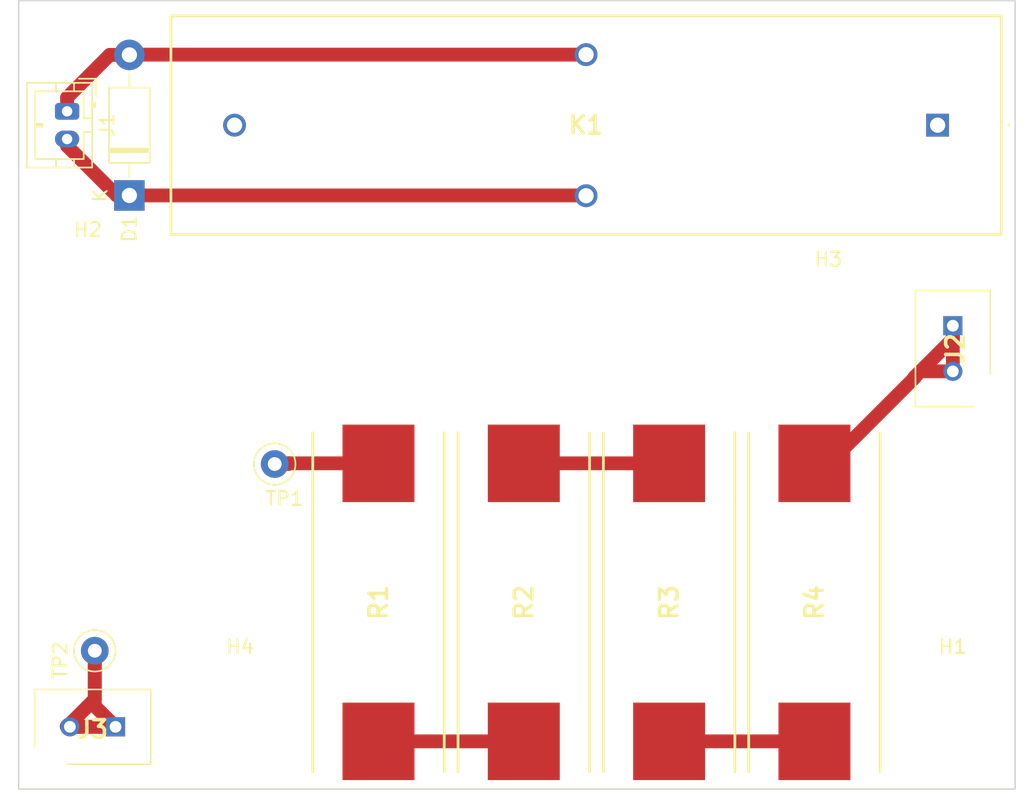
<source format=kicad_pcb>
(kicad_pcb (version 20211014) (generator pcbnew)
  (layers (0 "F.Cu" signal) (31 "B.Cu" signal) (34 "B.Paste" user) (35 "F.Paste" user) (36 "B.SilkS" user "B.Silkscreen") (37 "F.SilkS" user "F.Silkscreen") (38 "B.Mask" user) (39 "F.Mask" user) (44 "Edge.Cuts" user))
  (net 0 "")
  (net 1 "Net-(D1-Pad1)")
  (net 2 "Net-(D1-Pad2)")
  (net 3 "Net-(J2-Pad1)")
  (net 4 "Net-(J3-Pad1)")
  (net 7 "Net-(R1-Pad1)")
  (net 8 "Net-(R1-Pad2)")
  (net 9 "Net-(R2-Pad2)")
  (net 10 "Net-(R3-Pad2)")
  (footprint "MountingHole:MountingHole_4.3mm_M4" (layer "F.Cu") (at 90.5 54.5)
    (fp_text reference "H3" (at 0 -5.3) (layer "F.SilkS"))
    (fp_text value "MountingHole")
    (pad "" np_thru_hole circle (at 0 0) (size 4.3 4.3) (drill 4.3) (layers *.Cu *.Mask))
  )
  (footprint "SamacSys_Parts:RESM24595X990N" (layer "F.Cu") (at 89.5 74 90)
    (fp_text reference "R4" (at 0 0 90) (layer "F.SilkS") (effects (font (size 1.27 1.27) (thickness 0.254))))
    (fp_text value "2.2k/7W" hide)
    (fp_line (start -12.25 4.75) (end 12.25 4.75) (layer "F.SilkS") (width 0.2))
    (fp_line (start 12.25 -4.75) (end -12.25 -4.75) (layer "F.SilkS") (width 0.2))
    (pad "1" smd rect locked (at -10.05 0 180) (size 5.2 5.6) (layers "F.Cu" "F.Paste" "F.Mask") (net 10 "Net-(R3-Pad2)"))
    (pad "2" smd rect locked (at 10.05 0 180) (size 5.2 5.6) (layers "F.Cu" "F.Paste" "F.Mask") (net 3 "Net-(J2-Pad1)"))
  )
  (footprint "TestPoint:TestPoint_Loop_D2.50mm_Drill1.0mm" (layer "F.Cu") (at 50.5 64)
    (fp_text reference "TP1" (at 0.7 2.5) (layer "F.SilkS"))
    (fp_text value "~")
    (fp_circle (center 0 0) (end 1.5 0) (layer "F.SilkS") (width 0.12) (fill none))
    (pad "1" thru_hole circle (at 0 0) (size 2 2) (drill 1) (layers *.Cu *.Mask) (net 7 "Net-(R1-Pad1)"))
  )
  (footprint "SamacSys_Parts:RESM24595X990N" (layer "F.Cu") (at 58 74 -90)
    (fp_text reference "R1" (at 0 0 90) (layer "F.SilkS") (effects (font (size 1.27 1.27) (thickness 0.254))))
    (fp_text value "2.2k/7W" hide)
    (fp_line (start -12.25 4.75) (end 12.25 4.75) (layer "F.SilkS") (width 0.2))
    (fp_line (start 12.25 -4.75) (end -12.25 -4.75) (layer "F.SilkS") (width 0.2))
    (pad "1" smd rect locked (at -10.05 0) (size 5.2 5.6) (layers "F.Cu" "F.Paste" "F.Mask") (net 7 "Net-(R1-Pad1)"))
    (pad "2" smd rect locked (at 10.05 0) (size 5.2 5.6) (layers "F.Cu" "F.Paste" "F.Mask") (net 8 "Net-(R1-Pad2)"))
  )
  (footprint "Connector_JST:JST_PH_B2B-PH-K_1x02_P2.00mm_Vertical" (layer "F.Cu") (at 35.5 38.5 -90)
    (fp_text reference "J1" (at 1 -2.9 -90) (layer "F.SilkS"))
    (fp_text value "SC")
    (fp_line (start -0.3 -2.01) (end -0.6 -2.01) (layer "F.SilkS") (width 0.12))
    (fp_line (start -1.11 -2.11) (end -2.36 -2.11) (layer "F.SilkS") (width 0.12))
    (fp_line (start 4.06 -1.81) (end -2.06 -1.81) (layer "F.SilkS") (width 0.12))
    (fp_line (start 1.5 -1.2) (end 1.5 -1.81) (layer "F.SilkS") (width 0.12))
    (fp_line (start -2.06 -1.81) (end -2.06 2.91) (layer "F.SilkS") (width 0.12))
    (fp_line (start -1.45 -1.2) (end -1.45 2.3) (layer "F.SilkS") (width 0.12))
    (fp_line (start 1.1 1.8) (end 1.1 2.3) (layer "F.SilkS") (width 0.12))
    (fp_line (start -1.45 2.3) (end 3.45 2.3) (layer "F.SilkS") (width 0.12))
    (fp_line (start 3.45 -1.2) (end 1.5 -1.2) (layer "F.SilkS") (width 0.12))
    (fp_line (start 0.9 1.8) (end 1.1 1.8) (layer "F.SilkS") (width 0.12))
    (fp_line (start -0.3 -1.81) (end -0.3 -2.01) (layer "F.SilkS") (width 0.12))
    (fp_line (start 4.06 -0.5) (end 3.45 -0.5) (layer "F.SilkS") (width 0.12))
    (fp_line (start -2.36 -2.11) (end -2.36 -0.86) (layer "F.SilkS") (width 0.12))
    (fp_line (start 0.5 -1.81) (end 0.5 -1.2) (layer "F.SilkS") (width 0.12))
    (fp_line (start -2.06 2.91) (end 4.06 2.91) (layer "F.SilkS") (width 0.12))
    (fp_line (start -0.3 -1.91) (end -0.6 -1.91) (layer "F.SilkS") (width 0.12))
    (fp_line (start 4.06 0.8) (end 3.45 0.8) (layer "F.SilkS") (width 0.12))
    (fp_line (start 0.5 -1.2) (end -1.45 -1.2) (layer "F.SilkS") (width 0.12))
    (fp_line (start 0.9 2.3) (end 0.9 1.8) (layer "F.SilkS") (width 0.12))
    (fp_line (start -2.06 0.8) (end -1.45 0.8) (layer "F.SilkS") (width 0.12))
    (fp_line (start 4.06 2.91) (end 4.06 -1.81) (layer "F.SilkS") (width 0.12))
    (fp_line (start 3.45 2.3) (end 3.45 -1.2) (layer "F.SilkS") (width 0.12))
    (fp_line (start 1 2.3) (end 1 1.8) (layer "F.SilkS") (width 0.12))
    (fp_line (start -0.6 -2.01) (end -0.6 -1.81) (layer "F.SilkS") (width 0.12))
    (fp_line (start -2.06 -0.5) (end -1.45 -0.5) (layer "F.SilkS") (width 0.12))
    (pad "1" thru_hole roundrect (at 0 0 270) (size 1.2 1.75) (drill 0.75) (layers *.Cu *.Mask) (roundrect_rratio 0.208333) (net 2 "Net-(D1-Pad2)"))
    (pad "2" thru_hole oval (at 2 0 270) (size 1.2 1.75) (drill 0.75) (layers *.Cu *.Mask) (net 1 "Net-(D1-Pad1)"))
  )
  (footprint "SamacSys_Parts:RESM24595X990N" (layer "F.Cu") (at 79 74 -90)
    (fp_text reference "R3" (at 0 0 90) (layer "F.SilkS") (effects (font (size 1.27 1.27) (thickness 0.254))))
    (fp_text value "2.2k/7W" hide)
    (fp_line (start 12.25 -4.75) (end -12.25 -4.75) (layer "F.SilkS") (width 0.2))
    (fp_line (start -12.25 4.75) (end 12.25 4.75) (layer "F.SilkS") (width 0.2))
    (pad "1" smd rect locked (at -10.05 0) (size 5.2 5.6) (layers "F.Cu" "F.Paste" "F.Mask") (net 9 "Net-(R2-Pad2)"))
    (pad "2" smd rect locked (at 10.05 0) (size 5.2 5.6) (layers "F.Cu" "F.Paste" "F.Mask") (net 10 "Net-(R3-Pad2)"))
  )
  (footprint "MountingHole:MountingHole_4.3mm_M4" (layer "F.Cu") (at 37 52.35)
    (fp_text reference "H2" (at 0 -5.3) (layer "F.SilkS"))
    (fp_text value "MountingHole")
    (pad "" np_thru_hole circle (at 0 0) (size 4.3 4.3) (drill 4.3) (layers *.Cu *.Mask))
  )
  (footprint "SamacSys_Parts:DF33C2P33DSA24" (layer "F.Cu") (at 39 83 180)
    (fp_text reference "J3" (at 1.65 -0.175 180) (layer "F.SilkS") (effects (font (size 1.27 1.27) (thickness 0.254))))
    (fp_text value "HV-" hide)
    (fp_line (start -2.55 2.7) (end -2.55 2.7) (layer "F.SilkS") (width 0.1))
    (fp_line (start -2.55 -2.7) (end 3.5 -2.7) (layer "F.SilkS") (width 0.1))
    (fp_line (start -2.55 -2.7) (end -2.55 2.7) (layer "F.SilkS") (width 0.1))
    (fp_line (start 5.85 2.7) (end 5.85 2.7) (layer "F.SilkS") (width 0.1))
    (fp_line (start -2.55 -2.7) (end -2.55 -2.7) (layer "F.SilkS") (width 0.1))
    (fp_line (start 3.5 -2.7) (end 3.5 -2.7) (layer "F.SilkS") (width 0.1))
    (fp_line (start 5.85 2.7) (end 5.85 -1.5) (layer "F.SilkS") (width 0.1))
    (fp_line (start 5.85 -1.5) (end 5.85 2.7) (layer "F.SilkS") (width 0.1))
    (fp_line (start 5.85 -1.5) (end 5.85 -1.5) (layer "F.SilkS") (width 0.1))
    (fp_line (start 3.5 -2.7) (end -2.55 -2.7) (layer "F.SilkS") (width 0.1))
    (fp_line (start 5.85 2.7) (end 5.85 2.7) (layer "F.SilkS") (width 0.1))
    (fp_line (start 5.85 2.7) (end -2.55 2.7) (layer "F.SilkS") (width 0.1))
    (fp_line (start -2.55 -2.7) (end -2.55 -2.7) (layer "F.SilkS") (width 0.1))
    (fp_line (start -2.55 2.7) (end 5.85 2.7) (layer "F.SilkS") (width 0.1))
    (fp_line (start -2.55 2.7) (end -2.55 2.7) (layer "F.SilkS") (width 0.1))
    (fp_line (start -2.55 2.7) (end -2.55 -2.7) (layer "F.SilkS") (width 0.1))
    (pad "" np_thru_hole circle locked (at 4.85 -2.35 180) (size 1.4 1.4) (drill 1.4) (layers *.Cu *.Mask))
    (pad "1" thru_hole rect locked (at 0 0 180) (size 1.381 1.381) (drill 0.85) (layers *.Cu *.Mask) (net 4 "Net-(J3-Pad1)"))
    (pad "2" thru_hole circle locked (at 3.3 0 180) (size 1.381 1.381) (drill 0.85) (layers *.Cu *.Mask) (net 4 "Net-(J3-Pad1)"))
  )
  (footprint "SamacSys_Parts:RESM24595X990N" (layer "F.Cu") (at 68.5 74 90)
    (fp_text reference "R2" (at 0 0 90) (layer "F.SilkS") (effects (font (size 1.27 1.27) (thickness 0.254))))
    (fp_text value "2.2k/7W" hide)
    (fp_line (start 12.25 -4.75) (end -12.25 -4.75) (layer "F.SilkS") (width 0.2))
    (fp_line (start -12.25 4.75) (end 12.25 4.75) (layer "F.SilkS") (width 0.2))
    (pad "1" smd rect locked (at -10.05 0 180) (size 5.2 5.6) (layers "F.Cu" "F.Paste" "F.Mask") (net 8 "Net-(R1-Pad2)"))
    (pad "2" smd rect locked (at 10.05 0 180) (size 5.2 5.6) (layers "F.Cu" "F.Paste" "F.Mask") (net 9 "Net-(R2-Pad2)"))
  )
  (footprint "TestPoint:TestPoint_Loop_D2.50mm_Drill1.0mm" (layer "F.Cu") (at 37.5 77.5 -90)
    (fp_text reference "TP2" (at 0.7 2.5 90) (layer "F.SilkS"))
    (fp_text value "~")
    (fp_circle (center 0 0) (end 1.5 0) (layer "F.SilkS") (width 0.12) (fill none))
    (pad "1" thru_hole circle (at 0 0 270) (size 2 2) (drill 1) (layers *.Cu *.Mask) (net 4 "Net-(J3-Pad1)"))
  )
  (footprint "MountingHole:MountingHole_4.3mm_M4" (layer "F.Cu") (at 99.5 82.5)
    (fp_text reference "H1" (at 0 -5.3) (layer "F.SilkS"))
    (fp_text value "MountingHole")
    (pad "" np_thru_hole circle (at 0 0) (size 4.3 4.3) (drill 4.3) (layers *.Cu *.Mask))
  )
  (footprint "Diode_THT:D_DO-41_SOD81_P10.16mm_Horizontal" (layer "F.Cu") (at 40 44.58 90)
    (fp_text reference "D1" (at -2.42 0 90) (layer "F.SilkS"))
    (fp_text value "1N4001")
    (fp_text user "K" (at 0 -2.1 90) (layer "F.SilkS"))
    (fp_line (start 3.38 -1.47) (end 3.38 1.47) (layer "F.SilkS") (width 0.12))
    (fp_line (start 2.36 1.47) (end 7.8 1.47) (layer "F.SilkS") (width 0.12))
    (fp_line (start 1.34 0) (end 2.36 0) (layer "F.SilkS") (width 0.12))
    (fp_line (start 2.36 -1.47) (end 2.36 1.47) (layer "F.SilkS") (width 0.12))
    (fp_line (start 8.82 0) (end 7.8 0) (layer "F.SilkS") (width 0.12))
    (fp_line (start 3.14 -1.47) (end 3.14 1.47) (layer "F.SilkS") (width 0.12))
    (fp_line (start 7.8 1.47) (end 7.8 -1.47) (layer "F.SilkS") (width 0.12))
    (fp_line (start 3.26 -1.47) (end 3.26 1.47) (layer "F.SilkS") (width 0.12))
    (fp_line (start 7.8 -1.47) (end 2.36 -1.47) (layer "F.SilkS") (width 0.12))
    (pad "1" thru_hole rect (at 0 0 90) (size 2.2 2.2) (drill 1.1) (layers *.Cu *.Mask) (net 1 "Net-(D1-Pad1)"))
    (pad "2" thru_hole oval (at 10.16 0 90) (size 2.2 2.2) (drill 1.1) (layers *.Cu *.Mask) (net 2 "Net-(D1-Pad2)"))
  )
  (footprint "MountingHole:MountingHole_4.3mm_M4" (layer "F.Cu") (at 48 82.5)
    (fp_text reference "H4" (at 0 -5.3) (layer "F.SilkS"))
    (fp_text value "MountingHole")
    (pad "" np_thru_hole circle (at 0 0) (size 4.3 4.3) (drill 4.3) (layers *.Cu *.Mask))
  )
  (footprint "SamacSys_Parts:DBT72410" (layer "F.Cu") (at 98.4 39.5 180)
    (fp_text reference "K1" (at 25.4 0) (layer "F.SilkS") (effects (font (size 1.27 1.27) (thickness 0.254))))
    (fp_text value "DBT72410F" hide)
    (fp_line (start -5.1 0) (end -5.1 0) (layer "F.SilkS") (width 0.1))
    (fp_line (start 55.4 7.9) (end 55.4 -7.9) (layer "F.SilkS") (width 0.2))
    (fp_line (start -4.6 7.9) (end 55.4 7.9) (layer "F.SilkS") (width 0.2))
    (fp_line (start -5.2 0) (end -5.2 0) (layer "F.SilkS") (width 0.1))
    (fp_line (start 55.4 -7.9) (end -4.6 -7.9) (layer "F.SilkS") (width 0.2))
    (fp_line (start -4.6 -7.9) (end -4.6 7.9) (layer "F.SilkS") (width 0.2))
    (fp_arc (start -5.2 0) (mid -5.15 -0.05) (end -5.1 0) (layer "F.SilkS") (width 0.1))
    (fp_arc (start -5.1 0) (mid -5.15 0.05) (end -5.2 0) (layer "F.SilkS") (width 0.1))
    (pad "1" thru_hole rect (at 0 0 180) (size 1.65 1.65) (drill 1.1) (layers *.Cu *.Mask))
    (pad "2" thru_hole circle (at 50.8 0 180) (size 1.65 1.65) (drill 1.1) (layers *.Cu *.Mask))
    (pad "3" thru_hole circle (at 25.4 5.1 180) (size 1.65 1.65) (drill 1.1) (layers *.Cu *.Mask) (net 2 "Net-(D1-Pad2)"))
    (pad "4" thru_hole circle (at 25.4 -5.1 180) (size 1.65 1.65) (drill 1.1) (layers *.Cu *.Mask) (net 1 "Net-(D1-Pad1)"))
  )
  (footprint "SamacSys_Parts:DF33C2P33DSA24" (layer "F.Cu") (at 99.5 54 -90)
    (fp_text reference "J2" (at 1.65 -0.175 -90) (layer "F.SilkS") (effects (font (size 1.27 1.27) (thickness 0.254))))
    (fp_text value "HV+" hide)
    (fp_line (start 5.85 2.7) (end 5.85 2.7) (layer "F.SilkS") (width 0.1))
    (fp_line (start -2.55 2.7) (end -2.55 -2.7) (layer "F.SilkS") (width 0.1))
    (fp_line (start 5.85 -1.5) (end 5.85 -1.5) (layer "F.SilkS") (width 0.1))
    (fp_line (start 3.5 -2.7) (end -2.55 -2.7) (layer "F.SilkS") (width 0.1))
    (fp_line (start 5.85 2.7) (end -2.55 2.7) (layer "F.SilkS") (width 0.1))
    (fp_line (start 5.85 2.7) (end 5.85 -1.5) (layer "F.SilkS") (width 0.1))
    (fp_line (start -2.55 -2.7) (end -2.55 -2.7) (layer "F.SilkS") (width 0.1))
    (fp_line (start -2.55 2.7) (end -2.55 2.7) (layer "F.SilkS") (width 0.1))
    (fp_line (start -2.55 2.7) (end 5.85 2.7) (layer "F.SilkS") (width 0.1))
    (fp_line (start 5.85 -1.5) (end 5.85 2.7) (layer "F.SilkS") (width 0.1))
    (fp_line (start 5.85 2.7) (end 5.85 2.7) (layer "F.SilkS") (width 0.1))
    (fp_line (start -2.55 2.7) (end -2.55 2.7) (layer "F.SilkS") (width 0.1))
    (fp_line (start 3.5 -2.7) (end 3.5 -2.7) (layer "F.SilkS") (width 0.1))
    (fp_line (start -2.55 -2.7) (end -2.55 -2.7) (layer "F.SilkS") (width 0.1))
    (fp_line (start -2.55 -2.7) (end 3.5 -2.7) (layer "F.SilkS") (width 0.1))
    (fp_line (start -2.55 -2.7) (end -2.55 2.7) (layer "F.SilkS") (width 0.1))
    (pad "" np_thru_hole circle locked (at 4.85 -2.35 270) (size 1.4 1.4) (drill 1.4) (layers *.Cu *.Mask))
    (pad "1" thru_hole rect locked (at 0 0 270) (size 1.381 1.381) (drill 0.85) (layers *.Cu *.Mask) (net 3 "Net-(J2-Pad1)"))
    (pad "2" thru_hole circle locked (at 3.3 0 270) (size 1.381 1.381) (drill 0.85) (layers *.Cu *.Mask) (net 3 "Net-(J2-Pad1)"))
  )
  (gr_rect (start 104 30.5) (end 32 87.5) (layer "Edge.Cuts") (width 0.1) (fill none))
  (segment (start 35.5 41) (end 35.5 40.5) (width 1) (layer "F.Cu") (net 1))
  (segment (start 40 44.58) (end 39.08 44.58) (width 1) (layer "F.Cu") (net 1))
  (segment (start 72.98 44.58) (end 73 44.6) (width 1) (layer "F.Cu") (net 1))
  (segment (start 39.08 44.58) (end 35.5 41) (width 1) (layer "F.Cu") (net 1))
  (segment (start 40 44.58) (end 72.98 44.58) (width 1) (layer "F.Cu") (net 1))
  (segment (start 73 34.4) (end 40.02 34.4) (width 1) (layer "F.Cu") (net 2))
  (segment (start 40 34.42) (end 38.58 34.42) (width 1) (layer "F.Cu") (net 2))
  (segment (start 40.02 34.4) (end 40 34.42) (width 1) (layer "F.Cu") (net 2))
  (segment (start 38.58 34.42) (end 35.5 37.5) (width 1) (layer "F.Cu") (net 2))
  (segment (start 35.5 37.5) (end 35.5 38.5) (width 1) (layer "F.Cu") (net 2))
  (segment (start 96.725 57.725) (end 97.15 57.3) (width 1) (layer "F.Cu") (net 3))
  (segment (start 97.15 57.3) (end 99.5 57.3) (width 1) (layer "F.Cu") (net 3))
  (segment (start 99.5 54.95) (end 99.5 54) (width 1) (layer "F.Cu") (net 3))
  (segment (start 96.725 57.775) (end 96.725 57.725) (width 1) (layer "F.Cu") (net 3))
  (segment (start 99.5 57.3) (end 99.5 54) (width 1) (layer "F.Cu") (net 3))
  (segment (start 96.725 57.725) (end 99.5 54.95) (width 1) (layer "F.Cu") (net 3))
  (segment (start 90.58 63.92) (end 96.725 57.775) (width 1) (layer "F.Cu") (net 3))
  (segment (start 90.47 63.92) (end 90.58 63.92) (width 1) (layer "F.Cu") (net 3))
  (segment (start 37.5 77.5) (end 37.5 81) (width 1) (layer "F.Cu") (net 4))
  (segment (start 39 83) (end 35.7 83) (width 1) (layer "F.Cu") (net 4))
  (segment (start 35.5 83) (end 39 83) (width 1) (layer "F.Cu") (net 4))
  (segment (start 35.5 83) (end 35.47 82.97) (width 1) (layer "F.Cu") (net 4))
  (segment (start 37.5 81.5) (end 39 83) (width 1) (layer "F.Cu") (net 4))
  (segment (start 35.5 83) (end 35.7 83) (width 1) (layer "F.Cu") (net 4))
  (segment (start 37.5 81) (end 35.5 83) (width 1) (layer "F.Cu") (net 4))
  (segment (start 37.5 77.5) (end 37.5 81.5) (width 1) (layer "F.Cu") (net 4))
  (segment (start 58 63.95) (end 50.55 63.95) (width 1) (layer "F.Cu") (net 7))
  (segment (start 51.55 63.95) (end 51.5 64) (width 1) (layer "F.Cu") (net 7))
  (segment (start 68.5 84.05) (end 58 84.05) (width 1) (layer "F.Cu") (net 8))
  (segment (start 79 63.95) (end 68.5 63.95) (width 1) (layer "F.Cu") (net 9))
  (segment (start 89.5 84.05) (end 79 84.05) (width 1) (layer "F.Cu") (net 10))
)
</source>
